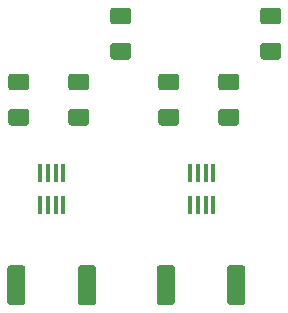
<source format=gbr>
G04 #@! TF.GenerationSoftware,KiCad,Pcbnew,(5.0.2)-1*
G04 #@! TF.CreationDate,2019-03-19T15:18:45-05:00*
G04 #@! TF.ProjectId,10MHz-Rb-Ref,31304d48-7a2d-4526-922d-5265662e6b69,rev?*
G04 #@! TF.SameCoordinates,Original*
G04 #@! TF.FileFunction,Paste,Top*
G04 #@! TF.FilePolarity,Positive*
%FSLAX46Y46*%
G04 Gerber Fmt 4.6, Leading zero omitted, Abs format (unit mm)*
G04 Created by KiCad (PCBNEW (5.0.2)-1) date 3/19/2019 3:18:45 PM*
%MOMM*%
%LPD*%
G01*
G04 APERTURE LIST*
%ADD10C,0.100000*%
%ADD11C,1.425000*%
%ADD12C,1.525000*%
%ADD13R,0.400000X1.560000*%
G04 APERTURE END LIST*
D10*
G04 #@! TO.C,C1*
G36*
X72531504Y-63877704D02*
X72555773Y-63881304D01*
X72579571Y-63887265D01*
X72602671Y-63895530D01*
X72624849Y-63906020D01*
X72645893Y-63918633D01*
X72665598Y-63933247D01*
X72683777Y-63949723D01*
X72700253Y-63967902D01*
X72714867Y-63987607D01*
X72727480Y-64008651D01*
X72737970Y-64030829D01*
X72746235Y-64053929D01*
X72752196Y-64077727D01*
X72755796Y-64101996D01*
X72757000Y-64126500D01*
X72757000Y-65051500D01*
X72755796Y-65076004D01*
X72752196Y-65100273D01*
X72746235Y-65124071D01*
X72737970Y-65147171D01*
X72727480Y-65169349D01*
X72714867Y-65190393D01*
X72700253Y-65210098D01*
X72683777Y-65228277D01*
X72665598Y-65244753D01*
X72645893Y-65259367D01*
X72624849Y-65271980D01*
X72602671Y-65282470D01*
X72579571Y-65290735D01*
X72555773Y-65296696D01*
X72531504Y-65300296D01*
X72507000Y-65301500D01*
X71257000Y-65301500D01*
X71232496Y-65300296D01*
X71208227Y-65296696D01*
X71184429Y-65290735D01*
X71161329Y-65282470D01*
X71139151Y-65271980D01*
X71118107Y-65259367D01*
X71098402Y-65244753D01*
X71080223Y-65228277D01*
X71063747Y-65210098D01*
X71049133Y-65190393D01*
X71036520Y-65169349D01*
X71026030Y-65147171D01*
X71017765Y-65124071D01*
X71011804Y-65100273D01*
X71008204Y-65076004D01*
X71007000Y-65051500D01*
X71007000Y-64126500D01*
X71008204Y-64101996D01*
X71011804Y-64077727D01*
X71017765Y-64053929D01*
X71026030Y-64030829D01*
X71036520Y-64008651D01*
X71049133Y-63987607D01*
X71063747Y-63967902D01*
X71080223Y-63949723D01*
X71098402Y-63933247D01*
X71118107Y-63918633D01*
X71139151Y-63906020D01*
X71161329Y-63895530D01*
X71184429Y-63887265D01*
X71208227Y-63881304D01*
X71232496Y-63877704D01*
X71257000Y-63876500D01*
X72507000Y-63876500D01*
X72531504Y-63877704D01*
X72531504Y-63877704D01*
G37*
D11*
X71882000Y-64589000D03*
D10*
G36*
X72531504Y-66852704D02*
X72555773Y-66856304D01*
X72579571Y-66862265D01*
X72602671Y-66870530D01*
X72624849Y-66881020D01*
X72645893Y-66893633D01*
X72665598Y-66908247D01*
X72683777Y-66924723D01*
X72700253Y-66942902D01*
X72714867Y-66962607D01*
X72727480Y-66983651D01*
X72737970Y-67005829D01*
X72746235Y-67028929D01*
X72752196Y-67052727D01*
X72755796Y-67076996D01*
X72757000Y-67101500D01*
X72757000Y-68026500D01*
X72755796Y-68051004D01*
X72752196Y-68075273D01*
X72746235Y-68099071D01*
X72737970Y-68122171D01*
X72727480Y-68144349D01*
X72714867Y-68165393D01*
X72700253Y-68185098D01*
X72683777Y-68203277D01*
X72665598Y-68219753D01*
X72645893Y-68234367D01*
X72624849Y-68246980D01*
X72602671Y-68257470D01*
X72579571Y-68265735D01*
X72555773Y-68271696D01*
X72531504Y-68275296D01*
X72507000Y-68276500D01*
X71257000Y-68276500D01*
X71232496Y-68275296D01*
X71208227Y-68271696D01*
X71184429Y-68265735D01*
X71161329Y-68257470D01*
X71139151Y-68246980D01*
X71118107Y-68234367D01*
X71098402Y-68219753D01*
X71080223Y-68203277D01*
X71063747Y-68185098D01*
X71049133Y-68165393D01*
X71036520Y-68144349D01*
X71026030Y-68122171D01*
X71017765Y-68099071D01*
X71011804Y-68075273D01*
X71008204Y-68051004D01*
X71007000Y-68026500D01*
X71007000Y-67101500D01*
X71008204Y-67076996D01*
X71011804Y-67052727D01*
X71017765Y-67028929D01*
X71026030Y-67005829D01*
X71036520Y-66983651D01*
X71049133Y-66962607D01*
X71063747Y-66942902D01*
X71080223Y-66924723D01*
X71098402Y-66908247D01*
X71118107Y-66893633D01*
X71139151Y-66881020D01*
X71161329Y-66870530D01*
X71184429Y-66862265D01*
X71208227Y-66856304D01*
X71232496Y-66852704D01*
X71257000Y-66851500D01*
X72507000Y-66851500D01*
X72531504Y-66852704D01*
X72531504Y-66852704D01*
G37*
D11*
X71882000Y-67564000D03*
G04 #@! TD*
D10*
G04 #@! TO.C,C2*
G36*
X59831504Y-66852704D02*
X59855773Y-66856304D01*
X59879571Y-66862265D01*
X59902671Y-66870530D01*
X59924849Y-66881020D01*
X59945893Y-66893633D01*
X59965598Y-66908247D01*
X59983777Y-66924723D01*
X60000253Y-66942902D01*
X60014867Y-66962607D01*
X60027480Y-66983651D01*
X60037970Y-67005829D01*
X60046235Y-67028929D01*
X60052196Y-67052727D01*
X60055796Y-67076996D01*
X60057000Y-67101500D01*
X60057000Y-68026500D01*
X60055796Y-68051004D01*
X60052196Y-68075273D01*
X60046235Y-68099071D01*
X60037970Y-68122171D01*
X60027480Y-68144349D01*
X60014867Y-68165393D01*
X60000253Y-68185098D01*
X59983777Y-68203277D01*
X59965598Y-68219753D01*
X59945893Y-68234367D01*
X59924849Y-68246980D01*
X59902671Y-68257470D01*
X59879571Y-68265735D01*
X59855773Y-68271696D01*
X59831504Y-68275296D01*
X59807000Y-68276500D01*
X58557000Y-68276500D01*
X58532496Y-68275296D01*
X58508227Y-68271696D01*
X58484429Y-68265735D01*
X58461329Y-68257470D01*
X58439151Y-68246980D01*
X58418107Y-68234367D01*
X58398402Y-68219753D01*
X58380223Y-68203277D01*
X58363747Y-68185098D01*
X58349133Y-68165393D01*
X58336520Y-68144349D01*
X58326030Y-68122171D01*
X58317765Y-68099071D01*
X58311804Y-68075273D01*
X58308204Y-68051004D01*
X58307000Y-68026500D01*
X58307000Y-67101500D01*
X58308204Y-67076996D01*
X58311804Y-67052727D01*
X58317765Y-67028929D01*
X58326030Y-67005829D01*
X58336520Y-66983651D01*
X58349133Y-66962607D01*
X58363747Y-66942902D01*
X58380223Y-66924723D01*
X58398402Y-66908247D01*
X58418107Y-66893633D01*
X58439151Y-66881020D01*
X58461329Y-66870530D01*
X58484429Y-66862265D01*
X58508227Y-66856304D01*
X58532496Y-66852704D01*
X58557000Y-66851500D01*
X59807000Y-66851500D01*
X59831504Y-66852704D01*
X59831504Y-66852704D01*
G37*
D11*
X59182000Y-67564000D03*
D10*
G36*
X59831504Y-63877704D02*
X59855773Y-63881304D01*
X59879571Y-63887265D01*
X59902671Y-63895530D01*
X59924849Y-63906020D01*
X59945893Y-63918633D01*
X59965598Y-63933247D01*
X59983777Y-63949723D01*
X60000253Y-63967902D01*
X60014867Y-63987607D01*
X60027480Y-64008651D01*
X60037970Y-64030829D01*
X60046235Y-64053929D01*
X60052196Y-64077727D01*
X60055796Y-64101996D01*
X60057000Y-64126500D01*
X60057000Y-65051500D01*
X60055796Y-65076004D01*
X60052196Y-65100273D01*
X60046235Y-65124071D01*
X60037970Y-65147171D01*
X60027480Y-65169349D01*
X60014867Y-65190393D01*
X60000253Y-65210098D01*
X59983777Y-65228277D01*
X59965598Y-65244753D01*
X59945893Y-65259367D01*
X59924849Y-65271980D01*
X59902671Y-65282470D01*
X59879571Y-65290735D01*
X59855773Y-65296696D01*
X59831504Y-65300296D01*
X59807000Y-65301500D01*
X58557000Y-65301500D01*
X58532496Y-65300296D01*
X58508227Y-65296696D01*
X58484429Y-65290735D01*
X58461329Y-65282470D01*
X58439151Y-65271980D01*
X58418107Y-65259367D01*
X58398402Y-65244753D01*
X58380223Y-65228277D01*
X58363747Y-65210098D01*
X58349133Y-65190393D01*
X58336520Y-65169349D01*
X58326030Y-65147171D01*
X58317765Y-65124071D01*
X58311804Y-65100273D01*
X58308204Y-65076004D01*
X58307000Y-65051500D01*
X58307000Y-64126500D01*
X58308204Y-64101996D01*
X58311804Y-64077727D01*
X58317765Y-64053929D01*
X58326030Y-64030829D01*
X58336520Y-64008651D01*
X58349133Y-63987607D01*
X58363747Y-63967902D01*
X58380223Y-63949723D01*
X58398402Y-63933247D01*
X58418107Y-63918633D01*
X58439151Y-63906020D01*
X58461329Y-63895530D01*
X58484429Y-63887265D01*
X58508227Y-63881304D01*
X58532496Y-63877704D01*
X58557000Y-63876500D01*
X59807000Y-63876500D01*
X59831504Y-63877704D01*
X59831504Y-63877704D01*
G37*
D11*
X59182000Y-64589000D03*
G04 #@! TD*
D10*
G04 #@! TO.C,R1*
G36*
X68975504Y-72440704D02*
X68999773Y-72444304D01*
X69023571Y-72450265D01*
X69046671Y-72458530D01*
X69068849Y-72469020D01*
X69089893Y-72481633D01*
X69109598Y-72496247D01*
X69127777Y-72512723D01*
X69144253Y-72530902D01*
X69158867Y-72550607D01*
X69171480Y-72571651D01*
X69181970Y-72593829D01*
X69190235Y-72616929D01*
X69196196Y-72640727D01*
X69199796Y-72664996D01*
X69201000Y-72689500D01*
X69201000Y-73614500D01*
X69199796Y-73639004D01*
X69196196Y-73663273D01*
X69190235Y-73687071D01*
X69181970Y-73710171D01*
X69171480Y-73732349D01*
X69158867Y-73753393D01*
X69144253Y-73773098D01*
X69127777Y-73791277D01*
X69109598Y-73807753D01*
X69089893Y-73822367D01*
X69068849Y-73834980D01*
X69046671Y-73845470D01*
X69023571Y-73853735D01*
X68999773Y-73859696D01*
X68975504Y-73863296D01*
X68951000Y-73864500D01*
X67701000Y-73864500D01*
X67676496Y-73863296D01*
X67652227Y-73859696D01*
X67628429Y-73853735D01*
X67605329Y-73845470D01*
X67583151Y-73834980D01*
X67562107Y-73822367D01*
X67542402Y-73807753D01*
X67524223Y-73791277D01*
X67507747Y-73773098D01*
X67493133Y-73753393D01*
X67480520Y-73732349D01*
X67470030Y-73710171D01*
X67461765Y-73687071D01*
X67455804Y-73663273D01*
X67452204Y-73639004D01*
X67451000Y-73614500D01*
X67451000Y-72689500D01*
X67452204Y-72664996D01*
X67455804Y-72640727D01*
X67461765Y-72616929D01*
X67470030Y-72593829D01*
X67480520Y-72571651D01*
X67493133Y-72550607D01*
X67507747Y-72530902D01*
X67524223Y-72512723D01*
X67542402Y-72496247D01*
X67562107Y-72481633D01*
X67583151Y-72469020D01*
X67605329Y-72458530D01*
X67628429Y-72450265D01*
X67652227Y-72444304D01*
X67676496Y-72440704D01*
X67701000Y-72439500D01*
X68951000Y-72439500D01*
X68975504Y-72440704D01*
X68975504Y-72440704D01*
G37*
D11*
X68326000Y-73152000D03*
D10*
G36*
X68975504Y-69465704D02*
X68999773Y-69469304D01*
X69023571Y-69475265D01*
X69046671Y-69483530D01*
X69068849Y-69494020D01*
X69089893Y-69506633D01*
X69109598Y-69521247D01*
X69127777Y-69537723D01*
X69144253Y-69555902D01*
X69158867Y-69575607D01*
X69171480Y-69596651D01*
X69181970Y-69618829D01*
X69190235Y-69641929D01*
X69196196Y-69665727D01*
X69199796Y-69689996D01*
X69201000Y-69714500D01*
X69201000Y-70639500D01*
X69199796Y-70664004D01*
X69196196Y-70688273D01*
X69190235Y-70712071D01*
X69181970Y-70735171D01*
X69171480Y-70757349D01*
X69158867Y-70778393D01*
X69144253Y-70798098D01*
X69127777Y-70816277D01*
X69109598Y-70832753D01*
X69089893Y-70847367D01*
X69068849Y-70859980D01*
X69046671Y-70870470D01*
X69023571Y-70878735D01*
X68999773Y-70884696D01*
X68975504Y-70888296D01*
X68951000Y-70889500D01*
X67701000Y-70889500D01*
X67676496Y-70888296D01*
X67652227Y-70884696D01*
X67628429Y-70878735D01*
X67605329Y-70870470D01*
X67583151Y-70859980D01*
X67562107Y-70847367D01*
X67542402Y-70832753D01*
X67524223Y-70816277D01*
X67507747Y-70798098D01*
X67493133Y-70778393D01*
X67480520Y-70757349D01*
X67470030Y-70735171D01*
X67461765Y-70712071D01*
X67455804Y-70688273D01*
X67452204Y-70664004D01*
X67451000Y-70639500D01*
X67451000Y-69714500D01*
X67452204Y-69689996D01*
X67455804Y-69665727D01*
X67461765Y-69641929D01*
X67470030Y-69618829D01*
X67480520Y-69596651D01*
X67493133Y-69575607D01*
X67507747Y-69555902D01*
X67524223Y-69537723D01*
X67542402Y-69521247D01*
X67562107Y-69506633D01*
X67583151Y-69494020D01*
X67605329Y-69483530D01*
X67628429Y-69475265D01*
X67652227Y-69469304D01*
X67676496Y-69465704D01*
X67701000Y-69464500D01*
X68951000Y-69464500D01*
X68975504Y-69465704D01*
X68975504Y-69465704D01*
G37*
D11*
X68326000Y-70177000D03*
G04 #@! TD*
D10*
G04 #@! TO.C,R2*
G36*
X63895504Y-69465704D02*
X63919773Y-69469304D01*
X63943571Y-69475265D01*
X63966671Y-69483530D01*
X63988849Y-69494020D01*
X64009893Y-69506633D01*
X64029598Y-69521247D01*
X64047777Y-69537723D01*
X64064253Y-69555902D01*
X64078867Y-69575607D01*
X64091480Y-69596651D01*
X64101970Y-69618829D01*
X64110235Y-69641929D01*
X64116196Y-69665727D01*
X64119796Y-69689996D01*
X64121000Y-69714500D01*
X64121000Y-70639500D01*
X64119796Y-70664004D01*
X64116196Y-70688273D01*
X64110235Y-70712071D01*
X64101970Y-70735171D01*
X64091480Y-70757349D01*
X64078867Y-70778393D01*
X64064253Y-70798098D01*
X64047777Y-70816277D01*
X64029598Y-70832753D01*
X64009893Y-70847367D01*
X63988849Y-70859980D01*
X63966671Y-70870470D01*
X63943571Y-70878735D01*
X63919773Y-70884696D01*
X63895504Y-70888296D01*
X63871000Y-70889500D01*
X62621000Y-70889500D01*
X62596496Y-70888296D01*
X62572227Y-70884696D01*
X62548429Y-70878735D01*
X62525329Y-70870470D01*
X62503151Y-70859980D01*
X62482107Y-70847367D01*
X62462402Y-70832753D01*
X62444223Y-70816277D01*
X62427747Y-70798098D01*
X62413133Y-70778393D01*
X62400520Y-70757349D01*
X62390030Y-70735171D01*
X62381765Y-70712071D01*
X62375804Y-70688273D01*
X62372204Y-70664004D01*
X62371000Y-70639500D01*
X62371000Y-69714500D01*
X62372204Y-69689996D01*
X62375804Y-69665727D01*
X62381765Y-69641929D01*
X62390030Y-69618829D01*
X62400520Y-69596651D01*
X62413133Y-69575607D01*
X62427747Y-69555902D01*
X62444223Y-69537723D01*
X62462402Y-69521247D01*
X62482107Y-69506633D01*
X62503151Y-69494020D01*
X62525329Y-69483530D01*
X62548429Y-69475265D01*
X62572227Y-69469304D01*
X62596496Y-69465704D01*
X62621000Y-69464500D01*
X63871000Y-69464500D01*
X63895504Y-69465704D01*
X63895504Y-69465704D01*
G37*
D11*
X63246000Y-70177000D03*
D10*
G36*
X63895504Y-72440704D02*
X63919773Y-72444304D01*
X63943571Y-72450265D01*
X63966671Y-72458530D01*
X63988849Y-72469020D01*
X64009893Y-72481633D01*
X64029598Y-72496247D01*
X64047777Y-72512723D01*
X64064253Y-72530902D01*
X64078867Y-72550607D01*
X64091480Y-72571651D01*
X64101970Y-72593829D01*
X64110235Y-72616929D01*
X64116196Y-72640727D01*
X64119796Y-72664996D01*
X64121000Y-72689500D01*
X64121000Y-73614500D01*
X64119796Y-73639004D01*
X64116196Y-73663273D01*
X64110235Y-73687071D01*
X64101970Y-73710171D01*
X64091480Y-73732349D01*
X64078867Y-73753393D01*
X64064253Y-73773098D01*
X64047777Y-73791277D01*
X64029598Y-73807753D01*
X64009893Y-73822367D01*
X63988849Y-73834980D01*
X63966671Y-73845470D01*
X63943571Y-73853735D01*
X63919773Y-73859696D01*
X63895504Y-73863296D01*
X63871000Y-73864500D01*
X62621000Y-73864500D01*
X62596496Y-73863296D01*
X62572227Y-73859696D01*
X62548429Y-73853735D01*
X62525329Y-73845470D01*
X62503151Y-73834980D01*
X62482107Y-73822367D01*
X62462402Y-73807753D01*
X62444223Y-73791277D01*
X62427747Y-73773098D01*
X62413133Y-73753393D01*
X62400520Y-73732349D01*
X62390030Y-73710171D01*
X62381765Y-73687071D01*
X62375804Y-73663273D01*
X62372204Y-73639004D01*
X62371000Y-73614500D01*
X62371000Y-72689500D01*
X62372204Y-72664996D01*
X62375804Y-72640727D01*
X62381765Y-72616929D01*
X62390030Y-72593829D01*
X62400520Y-72571651D01*
X62413133Y-72550607D01*
X62427747Y-72530902D01*
X62444223Y-72512723D01*
X62462402Y-72496247D01*
X62482107Y-72481633D01*
X62503151Y-72469020D01*
X62525329Y-72458530D01*
X62548429Y-72450265D01*
X62572227Y-72444304D01*
X62596496Y-72440704D01*
X62621000Y-72439500D01*
X63871000Y-72439500D01*
X63895504Y-72440704D01*
X63895504Y-72440704D01*
G37*
D11*
X63246000Y-73152000D03*
G04 #@! TD*
D10*
G04 #@! TO.C,R4*
G36*
X56275504Y-72440704D02*
X56299773Y-72444304D01*
X56323571Y-72450265D01*
X56346671Y-72458530D01*
X56368849Y-72469020D01*
X56389893Y-72481633D01*
X56409598Y-72496247D01*
X56427777Y-72512723D01*
X56444253Y-72530902D01*
X56458867Y-72550607D01*
X56471480Y-72571651D01*
X56481970Y-72593829D01*
X56490235Y-72616929D01*
X56496196Y-72640727D01*
X56499796Y-72664996D01*
X56501000Y-72689500D01*
X56501000Y-73614500D01*
X56499796Y-73639004D01*
X56496196Y-73663273D01*
X56490235Y-73687071D01*
X56481970Y-73710171D01*
X56471480Y-73732349D01*
X56458867Y-73753393D01*
X56444253Y-73773098D01*
X56427777Y-73791277D01*
X56409598Y-73807753D01*
X56389893Y-73822367D01*
X56368849Y-73834980D01*
X56346671Y-73845470D01*
X56323571Y-73853735D01*
X56299773Y-73859696D01*
X56275504Y-73863296D01*
X56251000Y-73864500D01*
X55001000Y-73864500D01*
X54976496Y-73863296D01*
X54952227Y-73859696D01*
X54928429Y-73853735D01*
X54905329Y-73845470D01*
X54883151Y-73834980D01*
X54862107Y-73822367D01*
X54842402Y-73807753D01*
X54824223Y-73791277D01*
X54807747Y-73773098D01*
X54793133Y-73753393D01*
X54780520Y-73732349D01*
X54770030Y-73710171D01*
X54761765Y-73687071D01*
X54755804Y-73663273D01*
X54752204Y-73639004D01*
X54751000Y-73614500D01*
X54751000Y-72689500D01*
X54752204Y-72664996D01*
X54755804Y-72640727D01*
X54761765Y-72616929D01*
X54770030Y-72593829D01*
X54780520Y-72571651D01*
X54793133Y-72550607D01*
X54807747Y-72530902D01*
X54824223Y-72512723D01*
X54842402Y-72496247D01*
X54862107Y-72481633D01*
X54883151Y-72469020D01*
X54905329Y-72458530D01*
X54928429Y-72450265D01*
X54952227Y-72444304D01*
X54976496Y-72440704D01*
X55001000Y-72439500D01*
X56251000Y-72439500D01*
X56275504Y-72440704D01*
X56275504Y-72440704D01*
G37*
D11*
X55626000Y-73152000D03*
D10*
G36*
X56275504Y-69465704D02*
X56299773Y-69469304D01*
X56323571Y-69475265D01*
X56346671Y-69483530D01*
X56368849Y-69494020D01*
X56389893Y-69506633D01*
X56409598Y-69521247D01*
X56427777Y-69537723D01*
X56444253Y-69555902D01*
X56458867Y-69575607D01*
X56471480Y-69596651D01*
X56481970Y-69618829D01*
X56490235Y-69641929D01*
X56496196Y-69665727D01*
X56499796Y-69689996D01*
X56501000Y-69714500D01*
X56501000Y-70639500D01*
X56499796Y-70664004D01*
X56496196Y-70688273D01*
X56490235Y-70712071D01*
X56481970Y-70735171D01*
X56471480Y-70757349D01*
X56458867Y-70778393D01*
X56444253Y-70798098D01*
X56427777Y-70816277D01*
X56409598Y-70832753D01*
X56389893Y-70847367D01*
X56368849Y-70859980D01*
X56346671Y-70870470D01*
X56323571Y-70878735D01*
X56299773Y-70884696D01*
X56275504Y-70888296D01*
X56251000Y-70889500D01*
X55001000Y-70889500D01*
X54976496Y-70888296D01*
X54952227Y-70884696D01*
X54928429Y-70878735D01*
X54905329Y-70870470D01*
X54883151Y-70859980D01*
X54862107Y-70847367D01*
X54842402Y-70832753D01*
X54824223Y-70816277D01*
X54807747Y-70798098D01*
X54793133Y-70778393D01*
X54780520Y-70757349D01*
X54770030Y-70735171D01*
X54761765Y-70712071D01*
X54755804Y-70688273D01*
X54752204Y-70664004D01*
X54751000Y-70639500D01*
X54751000Y-69714500D01*
X54752204Y-69689996D01*
X54755804Y-69665727D01*
X54761765Y-69641929D01*
X54770030Y-69618829D01*
X54780520Y-69596651D01*
X54793133Y-69575607D01*
X54807747Y-69555902D01*
X54824223Y-69537723D01*
X54842402Y-69521247D01*
X54862107Y-69506633D01*
X54883151Y-69494020D01*
X54905329Y-69483530D01*
X54928429Y-69475265D01*
X54952227Y-69469304D01*
X54976496Y-69465704D01*
X55001000Y-69464500D01*
X56251000Y-69464500D01*
X56275504Y-69465704D01*
X56275504Y-69465704D01*
G37*
D11*
X55626000Y-70177000D03*
G04 #@! TD*
D10*
G04 #@! TO.C,R6*
G36*
X56864505Y-85702204D02*
X56888773Y-85705804D01*
X56912572Y-85711765D01*
X56935671Y-85720030D01*
X56957850Y-85730520D01*
X56978893Y-85743132D01*
X56998599Y-85757747D01*
X57016777Y-85774223D01*
X57033253Y-85792401D01*
X57047868Y-85812107D01*
X57060480Y-85833150D01*
X57070970Y-85855329D01*
X57079235Y-85878428D01*
X57085196Y-85902227D01*
X57088796Y-85926495D01*
X57090000Y-85950999D01*
X57090000Y-88801001D01*
X57088796Y-88825505D01*
X57085196Y-88849773D01*
X57079235Y-88873572D01*
X57070970Y-88896671D01*
X57060480Y-88918850D01*
X57047868Y-88939893D01*
X57033253Y-88959599D01*
X57016777Y-88977777D01*
X56998599Y-88994253D01*
X56978893Y-89008868D01*
X56957850Y-89021480D01*
X56935671Y-89031970D01*
X56912572Y-89040235D01*
X56888773Y-89046196D01*
X56864505Y-89049796D01*
X56840001Y-89051000D01*
X55814999Y-89051000D01*
X55790495Y-89049796D01*
X55766227Y-89046196D01*
X55742428Y-89040235D01*
X55719329Y-89031970D01*
X55697150Y-89021480D01*
X55676107Y-89008868D01*
X55656401Y-88994253D01*
X55638223Y-88977777D01*
X55621747Y-88959599D01*
X55607132Y-88939893D01*
X55594520Y-88918850D01*
X55584030Y-88896671D01*
X55575765Y-88873572D01*
X55569804Y-88849773D01*
X55566204Y-88825505D01*
X55565000Y-88801001D01*
X55565000Y-85950999D01*
X55566204Y-85926495D01*
X55569804Y-85902227D01*
X55575765Y-85878428D01*
X55584030Y-85855329D01*
X55594520Y-85833150D01*
X55607132Y-85812107D01*
X55621747Y-85792401D01*
X55638223Y-85774223D01*
X55656401Y-85757747D01*
X55676107Y-85743132D01*
X55697150Y-85730520D01*
X55719329Y-85720030D01*
X55742428Y-85711765D01*
X55766227Y-85705804D01*
X55790495Y-85702204D01*
X55814999Y-85701000D01*
X56840001Y-85701000D01*
X56864505Y-85702204D01*
X56864505Y-85702204D01*
G37*
D12*
X56327500Y-87376000D03*
D10*
G36*
X50889505Y-85702204D02*
X50913773Y-85705804D01*
X50937572Y-85711765D01*
X50960671Y-85720030D01*
X50982850Y-85730520D01*
X51003893Y-85743132D01*
X51023599Y-85757747D01*
X51041777Y-85774223D01*
X51058253Y-85792401D01*
X51072868Y-85812107D01*
X51085480Y-85833150D01*
X51095970Y-85855329D01*
X51104235Y-85878428D01*
X51110196Y-85902227D01*
X51113796Y-85926495D01*
X51115000Y-85950999D01*
X51115000Y-88801001D01*
X51113796Y-88825505D01*
X51110196Y-88849773D01*
X51104235Y-88873572D01*
X51095970Y-88896671D01*
X51085480Y-88918850D01*
X51072868Y-88939893D01*
X51058253Y-88959599D01*
X51041777Y-88977777D01*
X51023599Y-88994253D01*
X51003893Y-89008868D01*
X50982850Y-89021480D01*
X50960671Y-89031970D01*
X50937572Y-89040235D01*
X50913773Y-89046196D01*
X50889505Y-89049796D01*
X50865001Y-89051000D01*
X49839999Y-89051000D01*
X49815495Y-89049796D01*
X49791227Y-89046196D01*
X49767428Y-89040235D01*
X49744329Y-89031970D01*
X49722150Y-89021480D01*
X49701107Y-89008868D01*
X49681401Y-88994253D01*
X49663223Y-88977777D01*
X49646747Y-88959599D01*
X49632132Y-88939893D01*
X49619520Y-88918850D01*
X49609030Y-88896671D01*
X49600765Y-88873572D01*
X49594804Y-88849773D01*
X49591204Y-88825505D01*
X49590000Y-88801001D01*
X49590000Y-85950999D01*
X49591204Y-85926495D01*
X49594804Y-85902227D01*
X49600765Y-85878428D01*
X49609030Y-85855329D01*
X49619520Y-85833150D01*
X49632132Y-85812107D01*
X49646747Y-85792401D01*
X49663223Y-85774223D01*
X49681401Y-85757747D01*
X49701107Y-85743132D01*
X49722150Y-85730520D01*
X49744329Y-85720030D01*
X49767428Y-85711765D01*
X49791227Y-85705804D01*
X49815495Y-85702204D01*
X49839999Y-85701000D01*
X50865001Y-85701000D01*
X50889505Y-85702204D01*
X50889505Y-85702204D01*
G37*
D12*
X50352500Y-87376000D03*
G04 #@! TD*
D13*
G04 #@! TO.C,U2*
X65060000Y-80598000D03*
X65710000Y-80598000D03*
X66370000Y-80598000D03*
X67020000Y-80598000D03*
X67020000Y-77898000D03*
X66370000Y-77898000D03*
X65710000Y-77898000D03*
X65060000Y-77898000D03*
G04 #@! TD*
G04 #@! TO.C,U3*
X52360000Y-77898000D03*
X53010000Y-77898000D03*
X53670000Y-77898000D03*
X54320000Y-77898000D03*
X54320000Y-80598000D03*
X53670000Y-80598000D03*
X53010000Y-80598000D03*
X52360000Y-80598000D03*
G04 #@! TD*
D10*
G04 #@! TO.C,R3*
G36*
X63529005Y-85702204D02*
X63553273Y-85705804D01*
X63577072Y-85711765D01*
X63600171Y-85720030D01*
X63622350Y-85730520D01*
X63643393Y-85743132D01*
X63663099Y-85757747D01*
X63681277Y-85774223D01*
X63697753Y-85792401D01*
X63712368Y-85812107D01*
X63724980Y-85833150D01*
X63735470Y-85855329D01*
X63743735Y-85878428D01*
X63749696Y-85902227D01*
X63753296Y-85926495D01*
X63754500Y-85950999D01*
X63754500Y-88801001D01*
X63753296Y-88825505D01*
X63749696Y-88849773D01*
X63743735Y-88873572D01*
X63735470Y-88896671D01*
X63724980Y-88918850D01*
X63712368Y-88939893D01*
X63697753Y-88959599D01*
X63681277Y-88977777D01*
X63663099Y-88994253D01*
X63643393Y-89008868D01*
X63622350Y-89021480D01*
X63600171Y-89031970D01*
X63577072Y-89040235D01*
X63553273Y-89046196D01*
X63529005Y-89049796D01*
X63504501Y-89051000D01*
X62479499Y-89051000D01*
X62454995Y-89049796D01*
X62430727Y-89046196D01*
X62406928Y-89040235D01*
X62383829Y-89031970D01*
X62361650Y-89021480D01*
X62340607Y-89008868D01*
X62320901Y-88994253D01*
X62302723Y-88977777D01*
X62286247Y-88959599D01*
X62271632Y-88939893D01*
X62259020Y-88918850D01*
X62248530Y-88896671D01*
X62240265Y-88873572D01*
X62234304Y-88849773D01*
X62230704Y-88825505D01*
X62229500Y-88801001D01*
X62229500Y-85950999D01*
X62230704Y-85926495D01*
X62234304Y-85902227D01*
X62240265Y-85878428D01*
X62248530Y-85855329D01*
X62259020Y-85833150D01*
X62271632Y-85812107D01*
X62286247Y-85792401D01*
X62302723Y-85774223D01*
X62320901Y-85757747D01*
X62340607Y-85743132D01*
X62361650Y-85730520D01*
X62383829Y-85720030D01*
X62406928Y-85711765D01*
X62430727Y-85705804D01*
X62454995Y-85702204D01*
X62479499Y-85701000D01*
X63504501Y-85701000D01*
X63529005Y-85702204D01*
X63529005Y-85702204D01*
G37*
D12*
X62992000Y-87376000D03*
D10*
G36*
X69504005Y-85702204D02*
X69528273Y-85705804D01*
X69552072Y-85711765D01*
X69575171Y-85720030D01*
X69597350Y-85730520D01*
X69618393Y-85743132D01*
X69638099Y-85757747D01*
X69656277Y-85774223D01*
X69672753Y-85792401D01*
X69687368Y-85812107D01*
X69699980Y-85833150D01*
X69710470Y-85855329D01*
X69718735Y-85878428D01*
X69724696Y-85902227D01*
X69728296Y-85926495D01*
X69729500Y-85950999D01*
X69729500Y-88801001D01*
X69728296Y-88825505D01*
X69724696Y-88849773D01*
X69718735Y-88873572D01*
X69710470Y-88896671D01*
X69699980Y-88918850D01*
X69687368Y-88939893D01*
X69672753Y-88959599D01*
X69656277Y-88977777D01*
X69638099Y-88994253D01*
X69618393Y-89008868D01*
X69597350Y-89021480D01*
X69575171Y-89031970D01*
X69552072Y-89040235D01*
X69528273Y-89046196D01*
X69504005Y-89049796D01*
X69479501Y-89051000D01*
X68454499Y-89051000D01*
X68429995Y-89049796D01*
X68405727Y-89046196D01*
X68381928Y-89040235D01*
X68358829Y-89031970D01*
X68336650Y-89021480D01*
X68315607Y-89008868D01*
X68295901Y-88994253D01*
X68277723Y-88977777D01*
X68261247Y-88959599D01*
X68246632Y-88939893D01*
X68234020Y-88918850D01*
X68223530Y-88896671D01*
X68215265Y-88873572D01*
X68209304Y-88849773D01*
X68205704Y-88825505D01*
X68204500Y-88801001D01*
X68204500Y-85950999D01*
X68205704Y-85926495D01*
X68209304Y-85902227D01*
X68215265Y-85878428D01*
X68223530Y-85855329D01*
X68234020Y-85833150D01*
X68246632Y-85812107D01*
X68261247Y-85792401D01*
X68277723Y-85774223D01*
X68295901Y-85757747D01*
X68315607Y-85743132D01*
X68336650Y-85730520D01*
X68358829Y-85720030D01*
X68381928Y-85711765D01*
X68405727Y-85705804D01*
X68429995Y-85702204D01*
X68454499Y-85701000D01*
X69479501Y-85701000D01*
X69504005Y-85702204D01*
X69504005Y-85702204D01*
G37*
D12*
X68967000Y-87376000D03*
G04 #@! TD*
D10*
G04 #@! TO.C,R5*
G36*
X51195504Y-72440704D02*
X51219773Y-72444304D01*
X51243571Y-72450265D01*
X51266671Y-72458530D01*
X51288849Y-72469020D01*
X51309893Y-72481633D01*
X51329598Y-72496247D01*
X51347777Y-72512723D01*
X51364253Y-72530902D01*
X51378867Y-72550607D01*
X51391480Y-72571651D01*
X51401970Y-72593829D01*
X51410235Y-72616929D01*
X51416196Y-72640727D01*
X51419796Y-72664996D01*
X51421000Y-72689500D01*
X51421000Y-73614500D01*
X51419796Y-73639004D01*
X51416196Y-73663273D01*
X51410235Y-73687071D01*
X51401970Y-73710171D01*
X51391480Y-73732349D01*
X51378867Y-73753393D01*
X51364253Y-73773098D01*
X51347777Y-73791277D01*
X51329598Y-73807753D01*
X51309893Y-73822367D01*
X51288849Y-73834980D01*
X51266671Y-73845470D01*
X51243571Y-73853735D01*
X51219773Y-73859696D01*
X51195504Y-73863296D01*
X51171000Y-73864500D01*
X49921000Y-73864500D01*
X49896496Y-73863296D01*
X49872227Y-73859696D01*
X49848429Y-73853735D01*
X49825329Y-73845470D01*
X49803151Y-73834980D01*
X49782107Y-73822367D01*
X49762402Y-73807753D01*
X49744223Y-73791277D01*
X49727747Y-73773098D01*
X49713133Y-73753393D01*
X49700520Y-73732349D01*
X49690030Y-73710171D01*
X49681765Y-73687071D01*
X49675804Y-73663273D01*
X49672204Y-73639004D01*
X49671000Y-73614500D01*
X49671000Y-72689500D01*
X49672204Y-72664996D01*
X49675804Y-72640727D01*
X49681765Y-72616929D01*
X49690030Y-72593829D01*
X49700520Y-72571651D01*
X49713133Y-72550607D01*
X49727747Y-72530902D01*
X49744223Y-72512723D01*
X49762402Y-72496247D01*
X49782107Y-72481633D01*
X49803151Y-72469020D01*
X49825329Y-72458530D01*
X49848429Y-72450265D01*
X49872227Y-72444304D01*
X49896496Y-72440704D01*
X49921000Y-72439500D01*
X51171000Y-72439500D01*
X51195504Y-72440704D01*
X51195504Y-72440704D01*
G37*
D11*
X50546000Y-73152000D03*
D10*
G36*
X51195504Y-69465704D02*
X51219773Y-69469304D01*
X51243571Y-69475265D01*
X51266671Y-69483530D01*
X51288849Y-69494020D01*
X51309893Y-69506633D01*
X51329598Y-69521247D01*
X51347777Y-69537723D01*
X51364253Y-69555902D01*
X51378867Y-69575607D01*
X51391480Y-69596651D01*
X51401970Y-69618829D01*
X51410235Y-69641929D01*
X51416196Y-69665727D01*
X51419796Y-69689996D01*
X51421000Y-69714500D01*
X51421000Y-70639500D01*
X51419796Y-70664004D01*
X51416196Y-70688273D01*
X51410235Y-70712071D01*
X51401970Y-70735171D01*
X51391480Y-70757349D01*
X51378867Y-70778393D01*
X51364253Y-70798098D01*
X51347777Y-70816277D01*
X51329598Y-70832753D01*
X51309893Y-70847367D01*
X51288849Y-70859980D01*
X51266671Y-70870470D01*
X51243571Y-70878735D01*
X51219773Y-70884696D01*
X51195504Y-70888296D01*
X51171000Y-70889500D01*
X49921000Y-70889500D01*
X49896496Y-70888296D01*
X49872227Y-70884696D01*
X49848429Y-70878735D01*
X49825329Y-70870470D01*
X49803151Y-70859980D01*
X49782107Y-70847367D01*
X49762402Y-70832753D01*
X49744223Y-70816277D01*
X49727747Y-70798098D01*
X49713133Y-70778393D01*
X49700520Y-70757349D01*
X49690030Y-70735171D01*
X49681765Y-70712071D01*
X49675804Y-70688273D01*
X49672204Y-70664004D01*
X49671000Y-70639500D01*
X49671000Y-69714500D01*
X49672204Y-69689996D01*
X49675804Y-69665727D01*
X49681765Y-69641929D01*
X49690030Y-69618829D01*
X49700520Y-69596651D01*
X49713133Y-69575607D01*
X49727747Y-69555902D01*
X49744223Y-69537723D01*
X49762402Y-69521247D01*
X49782107Y-69506633D01*
X49803151Y-69494020D01*
X49825329Y-69483530D01*
X49848429Y-69475265D01*
X49872227Y-69469304D01*
X49896496Y-69465704D01*
X49921000Y-69464500D01*
X51171000Y-69464500D01*
X51195504Y-69465704D01*
X51195504Y-69465704D01*
G37*
D11*
X50546000Y-70177000D03*
G04 #@! TD*
M02*

</source>
